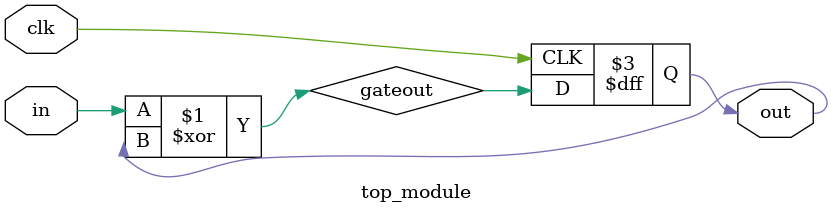
<source format=v>
module top_module (
    input clk,
    input in, 
    output out);
    
    wire gateout;
    assign gateout = in ^ out;
    
    always @ ( posedge clk ) begin
        out <= gateout;
    end // always
   

endmodule

</source>
